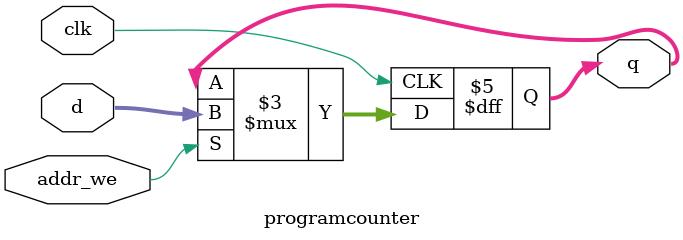
<source format=v>


module  programcounter(
	input clk,
	input [31:0] d,
	input addr_we,
	output reg [31:0] q
);//This module is the address of the nnext instruction to be used in the program
//Essentially a 4 byte long address. 
initial q= 0;
	always @(posedge clk) begin   //update on every clock edge
		if (addr_we)
			q<=d;
	end



endmodule


</source>
